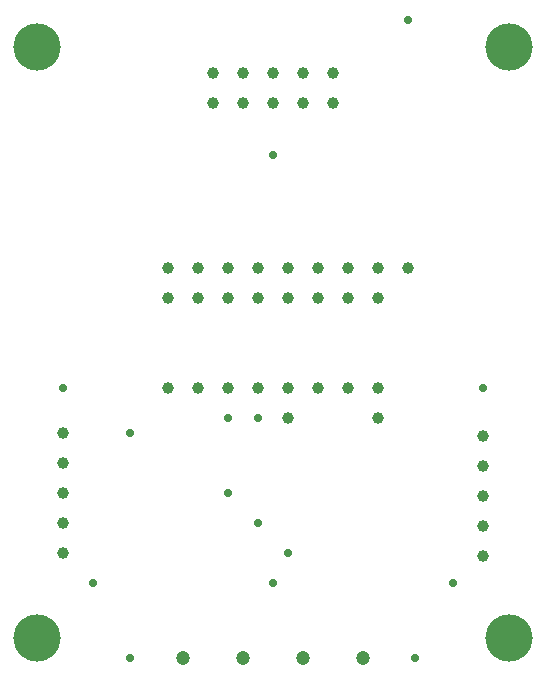
<source format=gbr>
G04 Layer_Color=0*
%FSLAX26Y26*%
%MOIN*%
%TF.FileFunction,Plated,1,2,PTH,Drill*%
%TF.Part,Single*%
G01*
G75*
%TA.AperFunction,OtherDrill,Pad Free-5 (300mil,-1050mil)*%
%ADD29C,0.047244*%
%TA.AperFunction,OtherDrill,Pad Free-5 (100mil,-1050mil)*%
%ADD30C,0.047244*%
%TA.AperFunction,OtherDrill,Pad Free-5 (-300mil,-1050mil)*%
%ADD31C,0.047244*%
%TA.AperFunction,OtherDrill,Pad Free-5 (-100mil,-1050mil)*%
%ADD32C,0.047244*%
%TA.AperFunction,ComponentDrill*%
%ADD33C,0.039370*%
%ADD34C,0.039370*%
%TA.AperFunction,OtherDrill,Pad Free-3 (0mil,625mil)*%
%ADD35C,0.027559*%
%TA.AperFunction,OtherDrill,Pad Free-2 (787.402mil,-984.252mil)*%
%ADD36C,0.157480*%
%TA.AperFunction,OtherDrill,Pad Free-2 (-787.402mil,-984.252mil)*%
%ADD37C,0.157480*%
%TA.AperFunction,OtherDrill,Pad Free-2 (-787.402mil,984.252mil)*%
%ADD38C,0.157480*%
%TA.AperFunction,OtherDrill,Pad Free-2 (787.402mil,984.252mil)*%
%ADD39C,0.157480*%
%TA.AperFunction,ViaDrill,NotFilled*%
%ADD40C,0.027559*%
D29*
X300000Y-1050000D02*
D03*
D30*
X100000D02*
D03*
D31*
X-300000D02*
D03*
D32*
X-100000D02*
D03*
D33*
X-350000Y250000D02*
D03*
X-250000D02*
D03*
X-150000D02*
D03*
X-50000D02*
D03*
X50000D02*
D03*
X150000D02*
D03*
X250000D02*
D03*
X350000D02*
D03*
X450000D02*
D03*
X350000Y-250000D02*
D03*
X50000D02*
D03*
X350000Y150000D02*
D03*
X250000D02*
D03*
X150000D02*
D03*
X50000D02*
D03*
X-50000D02*
D03*
X-150000D02*
D03*
X-250000D02*
D03*
X-350000D02*
D03*
Y-150000D02*
D03*
X-250000D02*
D03*
X-150000D02*
D03*
X-50000D02*
D03*
X50000D02*
D03*
X150000D02*
D03*
X250000D02*
D03*
X350000D02*
D03*
X200000Y900000D02*
D03*
Y800000D02*
D03*
X100000Y900000D02*
D03*
Y800000D02*
D03*
X0Y900000D02*
D03*
Y800000D02*
D03*
X-100000Y900000D02*
D03*
Y800000D02*
D03*
X-200000Y900000D02*
D03*
Y800000D02*
D03*
D34*
X700000Y-709842D02*
D03*
Y-609842D02*
D03*
Y-509842D02*
D03*
Y-409842D02*
D03*
Y-309842D02*
D03*
X-700000Y-700000D02*
D03*
Y-600000D02*
D03*
Y-500000D02*
D03*
Y-400000D02*
D03*
Y-300000D02*
D03*
D35*
X0Y625000D02*
D03*
D36*
X787402Y-984252D02*
D03*
D37*
X-787402D02*
D03*
D38*
Y984252D02*
D03*
D39*
X787402D02*
D03*
D40*
X-475000Y-300000D02*
D03*
Y-1050000D02*
D03*
X475000D02*
D03*
X450000Y1075000D02*
D03*
X0Y-800000D02*
D03*
X600000D02*
D03*
X700000Y-150000D02*
D03*
X-700000D02*
D03*
X-600000Y-800000D02*
D03*
X50000Y-700000D02*
D03*
X-50000Y-250000D02*
D03*
X-150000D02*
D03*
X-50000Y-600000D02*
D03*
X-150000Y-500000D02*
D03*
%TF.MD5,f916e7bd8f60855a752e7cfb647840d5*%
M02*

</source>
